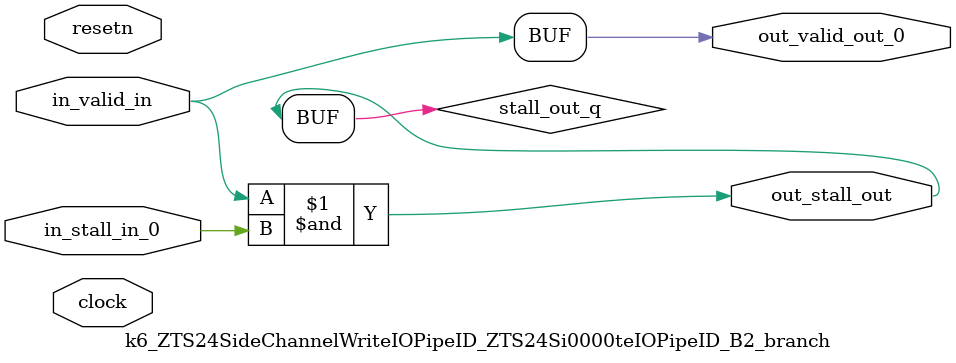
<source format=sv>



(* altera_attribute = "-name AUTO_SHIFT_REGISTER_RECOGNITION OFF; -name MESSAGE_DISABLE 10036; -name MESSAGE_DISABLE 10037; -name MESSAGE_DISABLE 14130; -name MESSAGE_DISABLE 14320; -name MESSAGE_DISABLE 15400; -name MESSAGE_DISABLE 14130; -name MESSAGE_DISABLE 10036; -name MESSAGE_DISABLE 12020; -name MESSAGE_DISABLE 12030; -name MESSAGE_DISABLE 12010; -name MESSAGE_DISABLE 12110; -name MESSAGE_DISABLE 14320; -name MESSAGE_DISABLE 13410; -name MESSAGE_DISABLE 113007; -name MESSAGE_DISABLE 10958" *)
module k6_ZTS24SideChannelWriteIOPipeID_ZTS24Si0000teIOPipeID_B2_branch (
    input wire [0:0] in_stall_in_0,
    input wire [0:0] in_valid_in,
    output wire [0:0] out_stall_out,
    output wire [0:0] out_valid_out_0,
    input wire clock,
    input wire resetn
    );

    wire [0:0] stall_out_q;


    // stall_out(LOGICAL,6)
    assign stall_out_q = in_valid_in & in_stall_in_0;

    // out_stall_out(GPOUT,4)
    assign out_stall_out = stall_out_q;

    // out_valid_out_0(GPOUT,5)
    assign out_valid_out_0 = in_valid_in;

endmodule

</source>
